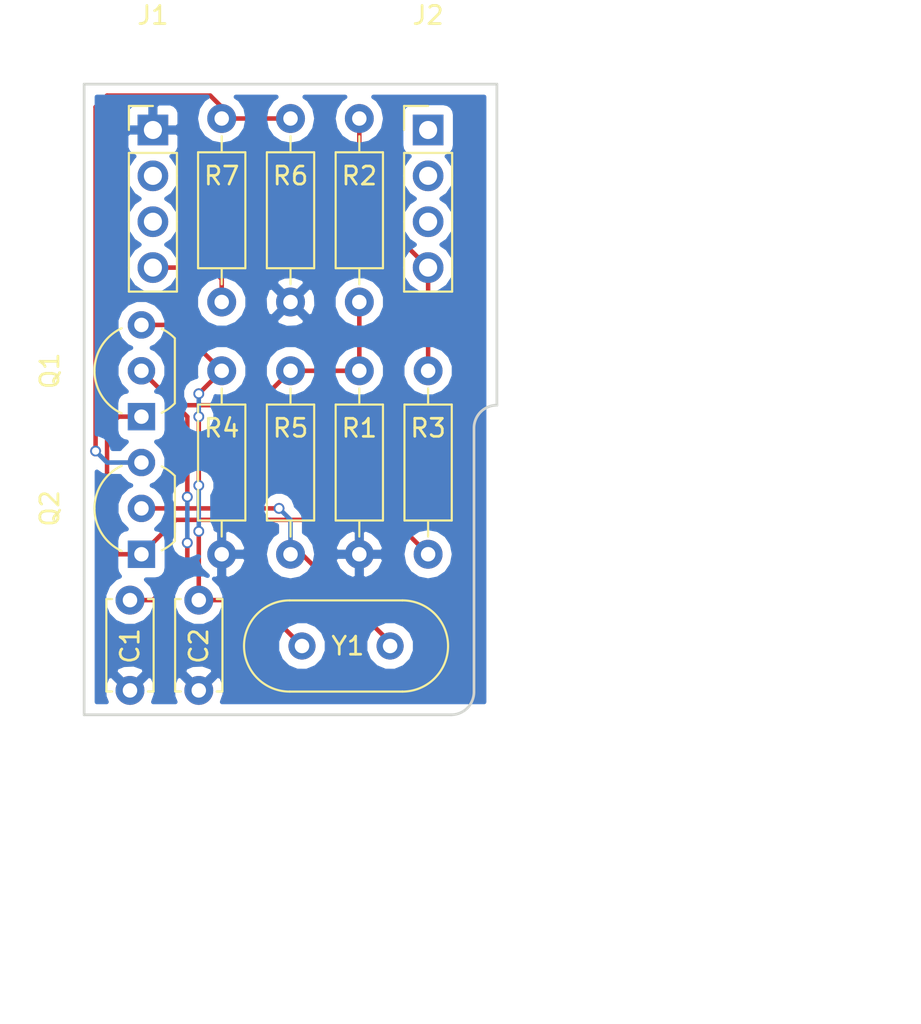
<source format=kicad_pcb>
(kicad_pcb (version 4) (host pcbnew 4.0.7)

  (general
    (links 21)
    (no_connects 0)
    (area 116.5 83.48 167.640001 140.335001)
    (thickness 1.6)
    (drawings 9)
    (tracks 59)
    (zones 0)
    (modules 14)
    (nets 9)
  )

  (page A4)
  (layers
    (0 F.Cu signal)
    (31 B.Cu signal)
    (32 B.Adhes user)
    (33 F.Adhes user)
    (34 B.Paste user)
    (35 F.Paste user)
    (36 B.SilkS user)
    (37 F.SilkS user)
    (38 B.Mask user)
    (39 F.Mask user)
    (40 Dwgs.User user)
    (41 Cmts.User user)
    (42 Eco1.User user)
    (43 Eco2.User user)
    (44 Edge.Cuts user)
    (45 Margin user)
    (46 B.CrtYd user)
    (47 F.CrtYd user)
    (48 B.Fab user)
    (49 F.Fab user)
  )

  (setup
    (last_trace_width 0.25)
    (trace_clearance 0.2)
    (zone_clearance 0.508)
    (zone_45_only no)
    (trace_min 0.2)
    (segment_width 0.2)
    (edge_width 0.15)
    (via_size 0.6)
    (via_drill 0.4)
    (via_min_size 0.4)
    (via_min_drill 0.3)
    (uvia_size 0.3)
    (uvia_drill 0.1)
    (uvias_allowed no)
    (uvia_min_size 0.2)
    (uvia_min_drill 0.1)
    (pcb_text_width 0.3)
    (pcb_text_size 1.5 1.5)
    (mod_edge_width 0.15)
    (mod_text_size 1 1)
    (mod_text_width 0.15)
    (pad_size 1.524 1.524)
    (pad_drill 0.762)
    (pad_to_mask_clearance 0.2)
    (aux_axis_origin 0 0)
    (visible_elements 7FFFFFFF)
    (pcbplotparams
      (layerselection 0x00030_80000001)
      (usegerberextensions false)
      (excludeedgelayer true)
      (linewidth 0.100000)
      (plotframeref false)
      (viasonmask false)
      (mode 1)
      (useauxorigin false)
      (hpglpennumber 1)
      (hpglpenspeed 20)
      (hpglpendiameter 15)
      (hpglpenoverlay 2)
      (psnegative false)
      (psa4output false)
      (plotreference true)
      (plotvalue true)
      (plotinvisibletext false)
      (padsonsilk false)
      (subtractmaskfromsilk false)
      (outputformat 1)
      (mirror false)
      (drillshape 1)
      (scaleselection 1)
      (outputdirectory ""))
  )

  (net 0 "")
  (net 1 GND)
  (net 2 VCC)
  (net 3 "Net-(C1-Pad1)")
  (net 4 "Net-(C2-Pad1)")
  (net 5 "Net-(Q1-Pad1)")
  (net 6 "Net-(Q2-Pad2)")
  (net 7 "Net-(Q2-Pad3)")
  (net 8 CLK)

  (net_class Default "This is the default net class."
    (clearance 0.2)
    (trace_width 0.25)
    (via_dia 0.6)
    (via_drill 0.4)
    (uvia_dia 0.3)
    (uvia_drill 0.1)
    (add_net CLK)
    (add_net GND)
    (add_net "Net-(C1-Pad1)")
    (add_net "Net-(C2-Pad1)")
    (add_net "Net-(Q1-Pad1)")
    (add_net "Net-(Q2-Pad2)")
    (add_net "Net-(Q2-Pad3)")
    (add_net VCC)
  )

  (module Pin_Headers:Pin_Header_Straight_1x04_Pitch2.54mm (layer F.Cu) (tedit 5C82BA99) (tstamp 5C8295EE)
    (at 125.095 90.805)
    (descr "Through hole straight pin header, 1x04, 2.54mm pitch, single row")
    (tags "Through hole pin header THT 1x04 2.54mm single row")
    (path /5C829552)
    (fp_text reference J1 (at 0 -6.35) (layer F.SilkS)
      (effects (font (size 1 1) (thickness 0.15)))
    )
    (fp_text value OSC_L (at 0 -4.445) (layer F.Fab)
      (effects (font (size 1 1) (thickness 0.15)))
    )
    (fp_line (start -0.635 -1.27) (end 1.27 -1.27) (layer F.Fab) (width 0.1))
    (fp_line (start 1.27 -1.27) (end 1.27 8.89) (layer F.Fab) (width 0.1))
    (fp_line (start 1.27 8.89) (end -1.27 8.89) (layer F.Fab) (width 0.1))
    (fp_line (start -1.27 8.89) (end -1.27 -0.635) (layer F.Fab) (width 0.1))
    (fp_line (start -1.27 -0.635) (end -0.635 -1.27) (layer F.Fab) (width 0.1))
    (fp_line (start -1.33 8.95) (end 1.33 8.95) (layer F.SilkS) (width 0.12))
    (fp_line (start -1.33 1.27) (end -1.33 8.95) (layer F.SilkS) (width 0.12))
    (fp_line (start 1.33 1.27) (end 1.33 8.95) (layer F.SilkS) (width 0.12))
    (fp_line (start -1.33 1.27) (end 1.33 1.27) (layer F.SilkS) (width 0.12))
    (fp_line (start -1.33 0) (end -1.33 -1.33) (layer F.SilkS) (width 0.12))
    (fp_line (start -1.33 -1.33) (end 0 -1.33) (layer F.SilkS) (width 0.12))
    (fp_line (start -1.8 -1.8) (end -1.8 9.4) (layer F.CrtYd) (width 0.05))
    (fp_line (start -1.8 9.4) (end 1.8 9.4) (layer F.CrtYd) (width 0.05))
    (fp_line (start 1.8 9.4) (end 1.8 -1.8) (layer F.CrtYd) (width 0.05))
    (fp_line (start 1.8 -1.8) (end -1.8 -1.8) (layer F.CrtYd) (width 0.05))
    (fp_text user %R (at 0 3.81 90) (layer F.Fab)
      (effects (font (size 1 1) (thickness 0.15)))
    )
    (pad 1 thru_hole rect (at 0 0) (size 1.7 1.7) (drill 1) (layers *.Cu *.Mask)
      (net 1 GND))
    (pad 2 thru_hole oval (at 0 2.54) (size 1.7 1.7) (drill 1) (layers *.Cu *.Mask))
    (pad 3 thru_hole oval (at 0 5.08) (size 1.7 1.7) (drill 1) (layers *.Cu *.Mask))
    (pad 4 thru_hole oval (at 0 7.62) (size 1.7 1.7) (drill 1) (layers *.Cu *.Mask)
      (net 8 CLK))
    (model ${KISYS3DMOD}/Pin_Headers.3dshapes/Pin_Header_Straight_1x04_Pitch2.54mm.wrl
      (at (xyz 0 0 0))
      (scale (xyz 1 1 1))
      (rotate (xyz 0 0 0))
    )
  )

  (module Pin_Headers:Pin_Header_Straight_1x04_Pitch2.54mm (layer F.Cu) (tedit 5C82BAA0) (tstamp 5C8295F6)
    (at 140.335 90.805)
    (descr "Through hole straight pin header, 1x04, 2.54mm pitch, single row")
    (tags "Through hole pin header THT 1x04 2.54mm single row")
    (path /5C8295A3)
    (fp_text reference J2 (at 0 -6.35) (layer F.SilkS)
      (effects (font (size 1 1) (thickness 0.15)))
    )
    (fp_text value OSC_R (at 0 -4.445) (layer F.Fab)
      (effects (font (size 1 1) (thickness 0.15)))
    )
    (fp_line (start -0.635 -1.27) (end 1.27 -1.27) (layer F.Fab) (width 0.1))
    (fp_line (start 1.27 -1.27) (end 1.27 8.89) (layer F.Fab) (width 0.1))
    (fp_line (start 1.27 8.89) (end -1.27 8.89) (layer F.Fab) (width 0.1))
    (fp_line (start -1.27 8.89) (end -1.27 -0.635) (layer F.Fab) (width 0.1))
    (fp_line (start -1.27 -0.635) (end -0.635 -1.27) (layer F.Fab) (width 0.1))
    (fp_line (start -1.33 8.95) (end 1.33 8.95) (layer F.SilkS) (width 0.12))
    (fp_line (start -1.33 1.27) (end -1.33 8.95) (layer F.SilkS) (width 0.12))
    (fp_line (start 1.33 1.27) (end 1.33 8.95) (layer F.SilkS) (width 0.12))
    (fp_line (start -1.33 1.27) (end 1.33 1.27) (layer F.SilkS) (width 0.12))
    (fp_line (start -1.33 0) (end -1.33 -1.33) (layer F.SilkS) (width 0.12))
    (fp_line (start -1.33 -1.33) (end 0 -1.33) (layer F.SilkS) (width 0.12))
    (fp_line (start -1.8 -1.8) (end -1.8 9.4) (layer F.CrtYd) (width 0.05))
    (fp_line (start -1.8 9.4) (end 1.8 9.4) (layer F.CrtYd) (width 0.05))
    (fp_line (start 1.8 9.4) (end 1.8 -1.8) (layer F.CrtYd) (width 0.05))
    (fp_line (start 1.8 -1.8) (end -1.8 -1.8) (layer F.CrtYd) (width 0.05))
    (fp_text user %R (at 0 3.81 90) (layer F.Fab)
      (effects (font (size 1 1) (thickness 0.15)))
    )
    (pad 1 thru_hole rect (at 0 0) (size 1.7 1.7) (drill 1) (layers *.Cu *.Mask))
    (pad 2 thru_hole oval (at 0 2.54) (size 1.7 1.7) (drill 1) (layers *.Cu *.Mask))
    (pad 3 thru_hole oval (at 0 5.08) (size 1.7 1.7) (drill 1) (layers *.Cu *.Mask))
    (pad 4 thru_hole oval (at 0 7.62) (size 1.7 1.7) (drill 1) (layers *.Cu *.Mask)
      (net 2 VCC))
    (model ${KISYS3DMOD}/Pin_Headers.3dshapes/Pin_Header_Straight_1x04_Pitch2.54mm.wrl
      (at (xyz 0 0 0))
      (scale (xyz 1 1 1))
      (rotate (xyz 0 0 0))
    )
  )

  (module Capacitors_THT:C_Disc_D5.0mm_W2.5mm_P5.00mm (layer F.Cu) (tedit 5C82BE6F) (tstamp 5C829B1F)
    (at 123.825 116.84 270)
    (descr "C, Disc series, Radial, pin pitch=5.00mm, , diameter*width=5*2.5mm^2, Capacitor, http://cdn-reichelt.de/documents/datenblatt/B300/DS_KERKO_TC.pdf")
    (tags "C Disc series Radial pin pitch 5.00mm  diameter 5mm width 2.5mm Capacitor")
    (path /5C82A5EB)
    (fp_text reference C1 (at 2.54 0 270) (layer F.SilkS)
      (effects (font (size 1 1) (thickness 0.15)))
    )
    (fp_text value 220nF (at 2.5 2.56 270) (layer F.Fab)
      (effects (font (size 1 1) (thickness 0.15)))
    )
    (fp_line (start 0 -1.25) (end 0 1.25) (layer F.Fab) (width 0.1))
    (fp_line (start 0 1.25) (end 5 1.25) (layer F.Fab) (width 0.1))
    (fp_line (start 5 1.25) (end 5 -1.25) (layer F.Fab) (width 0.1))
    (fp_line (start 5 -1.25) (end 0 -1.25) (layer F.Fab) (width 0.1))
    (fp_line (start -0.06 -1.31) (end 5.06 -1.31) (layer F.SilkS) (width 0.12))
    (fp_line (start -0.06 1.31) (end 5.06 1.31) (layer F.SilkS) (width 0.12))
    (fp_line (start -0.06 -1.31) (end -0.06 -0.996) (layer F.SilkS) (width 0.12))
    (fp_line (start -0.06 0.996) (end -0.06 1.31) (layer F.SilkS) (width 0.12))
    (fp_line (start 5.06 -1.31) (end 5.06 -0.996) (layer F.SilkS) (width 0.12))
    (fp_line (start 5.06 0.996) (end 5.06 1.31) (layer F.SilkS) (width 0.12))
    (fp_line (start -1.05 -1.6) (end -1.05 1.6) (layer F.CrtYd) (width 0.05))
    (fp_line (start -1.05 1.6) (end 6.05 1.6) (layer F.CrtYd) (width 0.05))
    (fp_line (start 6.05 1.6) (end 6.05 -1.6) (layer F.CrtYd) (width 0.05))
    (fp_line (start 6.05 -1.6) (end -1.05 -1.6) (layer F.CrtYd) (width 0.05))
    (fp_text user %R (at 2.5 0 270) (layer F.Fab)
      (effects (font (size 1 1) (thickness 0.15)))
    )
    (pad 1 thru_hole circle (at 0 0 270) (size 1.6 1.6) (drill 0.8) (layers *.Cu *.Mask)
      (net 3 "Net-(C1-Pad1)"))
    (pad 2 thru_hole circle (at 5 0 270) (size 1.6 1.6) (drill 0.8) (layers *.Cu *.Mask)
      (net 1 GND))
    (model ${KISYS3DMOD}/Capacitors_THT.3dshapes/C_Disc_D5.0mm_W2.5mm_P5.00mm.wrl
      (at (xyz 0 0 0))
      (scale (xyz 1 1 1))
      (rotate (xyz 0 0 0))
    )
  )

  (module Capacitors_THT:C_Disc_D5.0mm_W2.5mm_P5.00mm (layer F.Cu) (tedit 5C82BE73) (tstamp 5C829B25)
    (at 127.635 116.84 270)
    (descr "C, Disc series, Radial, pin pitch=5.00mm, , diameter*width=5*2.5mm^2, Capacitor, http://cdn-reichelt.de/documents/datenblatt/B300/DS_KERKO_TC.pdf")
    (tags "C Disc series Radial pin pitch 5.00mm  diameter 5mm width 2.5mm Capacitor")
    (path /5C82A346)
    (fp_text reference C2 (at 2.54 0 270) (layer F.SilkS)
      (effects (font (size 1 1) (thickness 0.15)))
    )
    (fp_text value 10pF (at 2.5 2.56 270) (layer F.Fab)
      (effects (font (size 1 1) (thickness 0.15)))
    )
    (fp_line (start 0 -1.25) (end 0 1.25) (layer F.Fab) (width 0.1))
    (fp_line (start 0 1.25) (end 5 1.25) (layer F.Fab) (width 0.1))
    (fp_line (start 5 1.25) (end 5 -1.25) (layer F.Fab) (width 0.1))
    (fp_line (start 5 -1.25) (end 0 -1.25) (layer F.Fab) (width 0.1))
    (fp_line (start -0.06 -1.31) (end 5.06 -1.31) (layer F.SilkS) (width 0.12))
    (fp_line (start -0.06 1.31) (end 5.06 1.31) (layer F.SilkS) (width 0.12))
    (fp_line (start -0.06 -1.31) (end -0.06 -0.996) (layer F.SilkS) (width 0.12))
    (fp_line (start -0.06 0.996) (end -0.06 1.31) (layer F.SilkS) (width 0.12))
    (fp_line (start 5.06 -1.31) (end 5.06 -0.996) (layer F.SilkS) (width 0.12))
    (fp_line (start 5.06 0.996) (end 5.06 1.31) (layer F.SilkS) (width 0.12))
    (fp_line (start -1.05 -1.6) (end -1.05 1.6) (layer F.CrtYd) (width 0.05))
    (fp_line (start -1.05 1.6) (end 6.05 1.6) (layer F.CrtYd) (width 0.05))
    (fp_line (start 6.05 1.6) (end 6.05 -1.6) (layer F.CrtYd) (width 0.05))
    (fp_line (start 6.05 -1.6) (end -1.05 -1.6) (layer F.CrtYd) (width 0.05))
    (fp_text user %R (at 2.5 0 270) (layer F.Fab)
      (effects (font (size 1 1) (thickness 0.15)))
    )
    (pad 1 thru_hole circle (at 0 0 270) (size 1.6 1.6) (drill 0.8) (layers *.Cu *.Mask)
      (net 4 "Net-(C2-Pad1)"))
    (pad 2 thru_hole circle (at 5 0 270) (size 1.6 1.6) (drill 0.8) (layers *.Cu *.Mask)
      (net 1 GND))
    (model ${KISYS3DMOD}/Capacitors_THT.3dshapes/C_Disc_D5.0mm_W2.5mm_P5.00mm.wrl
      (at (xyz 0 0 0))
      (scale (xyz 1 1 1))
      (rotate (xyz 0 0 0))
    )
  )

  (module Resistors_THT:R_Axial_DIN0207_L6.3mm_D2.5mm_P10.16mm_Horizontal (layer F.Cu) (tedit 5C82BD6A) (tstamp 5C829B39)
    (at 136.525 104.14 270)
    (descr "Resistor, Axial_DIN0207 series, Axial, Horizontal, pin pitch=10.16mm, 0.25W = 1/4W, length*diameter=6.3*2.5mm^2, http://cdn-reichelt.de/documents/datenblatt/B400/1_4W%23YAG.pdf")
    (tags "Resistor Axial_DIN0207 series Axial Horizontal pin pitch 10.16mm 0.25W = 1/4W length 6.3mm diameter 2.5mm")
    (path /5C82A5E5)
    (fp_text reference R1 (at 3.175 0 360) (layer F.SilkS)
      (effects (font (size 1 1) (thickness 0.15)))
    )
    (fp_text value 2k2 (at 6.35 0 270) (layer F.Fab)
      (effects (font (size 1 1) (thickness 0.15)))
    )
    (fp_line (start 1.93 -1.25) (end 1.93 1.25) (layer F.Fab) (width 0.1))
    (fp_line (start 1.93 1.25) (end 8.23 1.25) (layer F.Fab) (width 0.1))
    (fp_line (start 8.23 1.25) (end 8.23 -1.25) (layer F.Fab) (width 0.1))
    (fp_line (start 8.23 -1.25) (end 1.93 -1.25) (layer F.Fab) (width 0.1))
    (fp_line (start 0 0) (end 1.93 0) (layer F.Fab) (width 0.1))
    (fp_line (start 10.16 0) (end 8.23 0) (layer F.Fab) (width 0.1))
    (fp_line (start 1.87 -1.31) (end 1.87 1.31) (layer F.SilkS) (width 0.12))
    (fp_line (start 1.87 1.31) (end 8.29 1.31) (layer F.SilkS) (width 0.12))
    (fp_line (start 8.29 1.31) (end 8.29 -1.31) (layer F.SilkS) (width 0.12))
    (fp_line (start 8.29 -1.31) (end 1.87 -1.31) (layer F.SilkS) (width 0.12))
    (fp_line (start 0.98 0) (end 1.87 0) (layer F.SilkS) (width 0.12))
    (fp_line (start 9.18 0) (end 8.29 0) (layer F.SilkS) (width 0.12))
    (fp_line (start -1.05 -1.6) (end -1.05 1.6) (layer F.CrtYd) (width 0.05))
    (fp_line (start -1.05 1.6) (end 11.25 1.6) (layer F.CrtYd) (width 0.05))
    (fp_line (start 11.25 1.6) (end 11.25 -1.6) (layer F.CrtYd) (width 0.05))
    (fp_line (start 11.25 -1.6) (end -1.05 -1.6) (layer F.CrtYd) (width 0.05))
    (pad 1 thru_hole circle (at 0 0 270) (size 1.6 1.6) (drill 0.8) (layers *.Cu *.Mask)
      (net 3 "Net-(C1-Pad1)"))
    (pad 2 thru_hole oval (at 10.16 0 270) (size 1.6 1.6) (drill 0.8) (layers *.Cu *.Mask)
      (net 1 GND))
    (model ${KISYS3DMOD}/Resistors_THT.3dshapes/R_Axial_DIN0207_L6.3mm_D2.5mm_P10.16mm_Horizontal.wrl
      (at (xyz 0 0 0))
      (scale (xyz 0.393701 0.393701 0.393701))
      (rotate (xyz 0 0 0))
    )
  )

  (module Resistors_THT:R_Axial_DIN0207_L6.3mm_D2.5mm_P10.16mm_Horizontal (layer F.Cu) (tedit 5C82BCC2) (tstamp 5C829B3F)
    (at 136.525 100.33 90)
    (descr "Resistor, Axial_DIN0207 series, Axial, Horizontal, pin pitch=10.16mm, 0.25W = 1/4W, length*diameter=6.3*2.5mm^2, http://cdn-reichelt.de/documents/datenblatt/B400/1_4W%23YAG.pdf")
    (tags "Resistor Axial_DIN0207 series Axial Horizontal pin pitch 10.16mm 0.25W = 1/4W length 6.3mm diameter 2.5mm")
    (path /5C829ABE)
    (fp_text reference R2 (at 6.985 0 180) (layer F.SilkS)
      (effects (font (size 1 1) (thickness 0.15)))
    )
    (fp_text value 1k (at 3.81 0 90) (layer F.Fab)
      (effects (font (size 1 1) (thickness 0.15)))
    )
    (fp_line (start 1.93 -1.25) (end 1.93 1.25) (layer F.Fab) (width 0.1))
    (fp_line (start 1.93 1.25) (end 8.23 1.25) (layer F.Fab) (width 0.1))
    (fp_line (start 8.23 1.25) (end 8.23 -1.25) (layer F.Fab) (width 0.1))
    (fp_line (start 8.23 -1.25) (end 1.93 -1.25) (layer F.Fab) (width 0.1))
    (fp_line (start 0 0) (end 1.93 0) (layer F.Fab) (width 0.1))
    (fp_line (start 10.16 0) (end 8.23 0) (layer F.Fab) (width 0.1))
    (fp_line (start 1.87 -1.31) (end 1.87 1.31) (layer F.SilkS) (width 0.12))
    (fp_line (start 1.87 1.31) (end 8.29 1.31) (layer F.SilkS) (width 0.12))
    (fp_line (start 8.29 1.31) (end 8.29 -1.31) (layer F.SilkS) (width 0.12))
    (fp_line (start 8.29 -1.31) (end 1.87 -1.31) (layer F.SilkS) (width 0.12))
    (fp_line (start 0.98 0) (end 1.87 0) (layer F.SilkS) (width 0.12))
    (fp_line (start 9.18 0) (end 8.29 0) (layer F.SilkS) (width 0.12))
    (fp_line (start -1.05 -1.6) (end -1.05 1.6) (layer F.CrtYd) (width 0.05))
    (fp_line (start -1.05 1.6) (end 11.25 1.6) (layer F.CrtYd) (width 0.05))
    (fp_line (start 11.25 1.6) (end 11.25 -1.6) (layer F.CrtYd) (width 0.05))
    (fp_line (start 11.25 -1.6) (end -1.05 -1.6) (layer F.CrtYd) (width 0.05))
    (pad 1 thru_hole circle (at 0 0 90) (size 1.6 1.6) (drill 0.8) (layers *.Cu *.Mask)
      (net 3 "Net-(C1-Pad1)"))
    (pad 2 thru_hole oval (at 10.16 0 90) (size 1.6 1.6) (drill 0.8) (layers *.Cu *.Mask)
      (net 2 VCC))
    (model ${KISYS3DMOD}/Resistors_THT.3dshapes/R_Axial_DIN0207_L6.3mm_D2.5mm_P10.16mm_Horizontal.wrl
      (at (xyz 0 0 0))
      (scale (xyz 0.393701 0.393701 0.393701))
      (rotate (xyz 0 0 0))
    )
  )

  (module Resistors_THT:R_Axial_DIN0207_L6.3mm_D2.5mm_P10.16mm_Horizontal (layer F.Cu) (tedit 5C82BD98) (tstamp 5C829B45)
    (at 140.335 104.14 270)
    (descr "Resistor, Axial_DIN0207 series, Axial, Horizontal, pin pitch=10.16mm, 0.25W = 1/4W, length*diameter=6.3*2.5mm^2, http://cdn-reichelt.de/documents/datenblatt/B400/1_4W%23YAG.pdf")
    (tags "Resistor Axial_DIN0207 series Axial Horizontal pin pitch 10.16mm 0.25W = 1/4W length 6.3mm diameter 2.5mm")
    (path /5C829A20)
    (fp_text reference R3 (at 3.175 0 360) (layer F.SilkS)
      (effects (font (size 1 1) (thickness 0.15)))
    )
    (fp_text value 91 (at 6.35 0 270) (layer F.Fab)
      (effects (font (size 1 1) (thickness 0.15)))
    )
    (fp_line (start 1.93 -1.25) (end 1.93 1.25) (layer F.Fab) (width 0.1))
    (fp_line (start 1.93 1.25) (end 8.23 1.25) (layer F.Fab) (width 0.1))
    (fp_line (start 8.23 1.25) (end 8.23 -1.25) (layer F.Fab) (width 0.1))
    (fp_line (start 8.23 -1.25) (end 1.93 -1.25) (layer F.Fab) (width 0.1))
    (fp_line (start 0 0) (end 1.93 0) (layer F.Fab) (width 0.1))
    (fp_line (start 10.16 0) (end 8.23 0) (layer F.Fab) (width 0.1))
    (fp_line (start 1.87 -1.31) (end 1.87 1.31) (layer F.SilkS) (width 0.12))
    (fp_line (start 1.87 1.31) (end 8.29 1.31) (layer F.SilkS) (width 0.12))
    (fp_line (start 8.29 1.31) (end 8.29 -1.31) (layer F.SilkS) (width 0.12))
    (fp_line (start 8.29 -1.31) (end 1.87 -1.31) (layer F.SilkS) (width 0.12))
    (fp_line (start 0.98 0) (end 1.87 0) (layer F.SilkS) (width 0.12))
    (fp_line (start 9.18 0) (end 8.29 0) (layer F.SilkS) (width 0.12))
    (fp_line (start -1.05 -1.6) (end -1.05 1.6) (layer F.CrtYd) (width 0.05))
    (fp_line (start -1.05 1.6) (end 11.25 1.6) (layer F.CrtYd) (width 0.05))
    (fp_line (start 11.25 1.6) (end 11.25 -1.6) (layer F.CrtYd) (width 0.05))
    (fp_line (start 11.25 -1.6) (end -1.05 -1.6) (layer F.CrtYd) (width 0.05))
    (pad 1 thru_hole circle (at 0 0 270) (size 1.6 1.6) (drill 0.8) (layers *.Cu *.Mask)
      (net 2 VCC))
    (pad 2 thru_hole oval (at 10.16 0 270) (size 1.6 1.6) (drill 0.8) (layers *.Cu *.Mask)
      (net 5 "Net-(Q1-Pad1)"))
    (model ${KISYS3DMOD}/Resistors_THT.3dshapes/R_Axial_DIN0207_L6.3mm_D2.5mm_P10.16mm_Horizontal.wrl
      (at (xyz 0 0 0))
      (scale (xyz 0.393701 0.393701 0.393701))
      (rotate (xyz 0 0 0))
    )
  )

  (module Resistors_THT:R_Axial_DIN0207_L6.3mm_D2.5mm_P10.16mm_Horizontal (layer F.Cu) (tedit 5C82BE11) (tstamp 5C829B4B)
    (at 128.905 104.14 270)
    (descr "Resistor, Axial_DIN0207 series, Axial, Horizontal, pin pitch=10.16mm, 0.25W = 1/4W, length*diameter=6.3*2.5mm^2, http://cdn-reichelt.de/documents/datenblatt/B400/1_4W%23YAG.pdf")
    (tags "Resistor Axial_DIN0207 series Axial Horizontal pin pitch 10.16mm 0.25W = 1/4W length 6.3mm diameter 2.5mm")
    (path /5C82A2B4)
    (fp_text reference R4 (at 3.175 0 360) (layer F.SilkS)
      (effects (font (size 1 1) (thickness 0.15)))
    )
    (fp_text value 220 (at 6.35 0 270) (layer F.Fab)
      (effects (font (size 1 1) (thickness 0.15)))
    )
    (fp_line (start 1.93 -1.25) (end 1.93 1.25) (layer F.Fab) (width 0.1))
    (fp_line (start 1.93 1.25) (end 8.23 1.25) (layer F.Fab) (width 0.1))
    (fp_line (start 8.23 1.25) (end 8.23 -1.25) (layer F.Fab) (width 0.1))
    (fp_line (start 8.23 -1.25) (end 1.93 -1.25) (layer F.Fab) (width 0.1))
    (fp_line (start 0 0) (end 1.93 0) (layer F.Fab) (width 0.1))
    (fp_line (start 10.16 0) (end 8.23 0) (layer F.Fab) (width 0.1))
    (fp_line (start 1.87 -1.31) (end 1.87 1.31) (layer F.SilkS) (width 0.12))
    (fp_line (start 1.87 1.31) (end 8.29 1.31) (layer F.SilkS) (width 0.12))
    (fp_line (start 8.29 1.31) (end 8.29 -1.31) (layer F.SilkS) (width 0.12))
    (fp_line (start 8.29 -1.31) (end 1.87 -1.31) (layer F.SilkS) (width 0.12))
    (fp_line (start 0.98 0) (end 1.87 0) (layer F.SilkS) (width 0.12))
    (fp_line (start 9.18 0) (end 8.29 0) (layer F.SilkS) (width 0.12))
    (fp_line (start -1.05 -1.6) (end -1.05 1.6) (layer F.CrtYd) (width 0.05))
    (fp_line (start -1.05 1.6) (end 11.25 1.6) (layer F.CrtYd) (width 0.05))
    (fp_line (start 11.25 1.6) (end 11.25 -1.6) (layer F.CrtYd) (width 0.05))
    (fp_line (start 11.25 -1.6) (end -1.05 -1.6) (layer F.CrtYd) (width 0.05))
    (pad 1 thru_hole circle (at 0 0 270) (size 1.6 1.6) (drill 0.8) (layers *.Cu *.Mask)
      (net 4 "Net-(C2-Pad1)"))
    (pad 2 thru_hole oval (at 10.16 0 270) (size 1.6 1.6) (drill 0.8) (layers *.Cu *.Mask)
      (net 1 GND))
    (model ${KISYS3DMOD}/Resistors_THT.3dshapes/R_Axial_DIN0207_L6.3mm_D2.5mm_P10.16mm_Horizontal.wrl
      (at (xyz 0 0 0))
      (scale (xyz 0.393701 0.393701 0.393701))
      (rotate (xyz 0 0 0))
    )
  )

  (module Resistors_THT:R_Axial_DIN0207_L6.3mm_D2.5mm_P10.16mm_Horizontal (layer F.Cu) (tedit 5C82BD6C) (tstamp 5C829B51)
    (at 132.715 104.14 270)
    (descr "Resistor, Axial_DIN0207 series, Axial, Horizontal, pin pitch=10.16mm, 0.25W = 1/4W, length*diameter=6.3*2.5mm^2, http://cdn-reichelt.de/documents/datenblatt/B400/1_4W%23YAG.pdf")
    (tags "Resistor Axial_DIN0207 series Axial Horizontal pin pitch 10.16mm 0.25W = 1/4W length 6.3mm diameter 2.5mm")
    (path /5C829D16)
    (fp_text reference R5 (at 3.175 0 360) (layer F.SilkS)
      (effects (font (size 1 1) (thickness 0.15)))
    )
    (fp_text value 220 (at 6.35 0 270) (layer F.Fab)
      (effects (font (size 1 1) (thickness 0.15)))
    )
    (fp_line (start 1.93 -1.25) (end 1.93 1.25) (layer F.Fab) (width 0.1))
    (fp_line (start 1.93 1.25) (end 8.23 1.25) (layer F.Fab) (width 0.1))
    (fp_line (start 8.23 1.25) (end 8.23 -1.25) (layer F.Fab) (width 0.1))
    (fp_line (start 8.23 -1.25) (end 1.93 -1.25) (layer F.Fab) (width 0.1))
    (fp_line (start 0 0) (end 1.93 0) (layer F.Fab) (width 0.1))
    (fp_line (start 10.16 0) (end 8.23 0) (layer F.Fab) (width 0.1))
    (fp_line (start 1.87 -1.31) (end 1.87 1.31) (layer F.SilkS) (width 0.12))
    (fp_line (start 1.87 1.31) (end 8.29 1.31) (layer F.SilkS) (width 0.12))
    (fp_line (start 8.29 1.31) (end 8.29 -1.31) (layer F.SilkS) (width 0.12))
    (fp_line (start 8.29 -1.31) (end 1.87 -1.31) (layer F.SilkS) (width 0.12))
    (fp_line (start 0.98 0) (end 1.87 0) (layer F.SilkS) (width 0.12))
    (fp_line (start 9.18 0) (end 8.29 0) (layer F.SilkS) (width 0.12))
    (fp_line (start -1.05 -1.6) (end -1.05 1.6) (layer F.CrtYd) (width 0.05))
    (fp_line (start -1.05 1.6) (end 11.25 1.6) (layer F.CrtYd) (width 0.05))
    (fp_line (start 11.25 1.6) (end 11.25 -1.6) (layer F.CrtYd) (width 0.05))
    (fp_line (start 11.25 -1.6) (end -1.05 -1.6) (layer F.CrtYd) (width 0.05))
    (pad 1 thru_hole circle (at 0 0 270) (size 1.6 1.6) (drill 0.8) (layers *.Cu *.Mask)
      (net 3 "Net-(C1-Pad1)"))
    (pad 2 thru_hole oval (at 10.16 0 270) (size 1.6 1.6) (drill 0.8) (layers *.Cu *.Mask)
      (net 6 "Net-(Q2-Pad2)"))
    (model ${KISYS3DMOD}/Resistors_THT.3dshapes/R_Axial_DIN0207_L6.3mm_D2.5mm_P10.16mm_Horizontal.wrl
      (at (xyz 0 0 0))
      (scale (xyz 0.393701 0.393701 0.393701))
      (rotate (xyz 0 0 0))
    )
  )

  (module Resistors_THT:R_Axial_DIN0207_L6.3mm_D2.5mm_P10.16mm_Horizontal (layer F.Cu) (tedit 5C82BC70) (tstamp 5C829B57)
    (at 132.715 100.33 90)
    (descr "Resistor, Axial_DIN0207 series, Axial, Horizontal, pin pitch=10.16mm, 0.25W = 1/4W, length*diameter=6.3*2.5mm^2, http://cdn-reichelt.de/documents/datenblatt/B400/1_4W%23YAG.pdf")
    (tags "Resistor Axial_DIN0207 series Axial Horizontal pin pitch 10.16mm 0.25W = 1/4W length 6.3mm diameter 2.5mm")
    (path /5C829FCC)
    (fp_text reference R6 (at 6.985 0 180) (layer F.SilkS)
      (effects (font (size 1 1) (thickness 0.15)))
    )
    (fp_text value 240 (at 3.81 0 90) (layer F.Fab)
      (effects (font (size 1 1) (thickness 0.15)))
    )
    (fp_line (start 1.93 -1.25) (end 1.93 1.25) (layer F.Fab) (width 0.1))
    (fp_line (start 1.93 1.25) (end 8.23 1.25) (layer F.Fab) (width 0.1))
    (fp_line (start 8.23 1.25) (end 8.23 -1.25) (layer F.Fab) (width 0.1))
    (fp_line (start 8.23 -1.25) (end 1.93 -1.25) (layer F.Fab) (width 0.1))
    (fp_line (start 0 0) (end 1.93 0) (layer F.Fab) (width 0.1))
    (fp_line (start 10.16 0) (end 8.23 0) (layer F.Fab) (width 0.1))
    (fp_line (start 1.87 -1.31) (end 1.87 1.31) (layer F.SilkS) (width 0.12))
    (fp_line (start 1.87 1.31) (end 8.29 1.31) (layer F.SilkS) (width 0.12))
    (fp_line (start 8.29 1.31) (end 8.29 -1.31) (layer F.SilkS) (width 0.12))
    (fp_line (start 8.29 -1.31) (end 1.87 -1.31) (layer F.SilkS) (width 0.12))
    (fp_line (start 0.98 0) (end 1.87 0) (layer F.SilkS) (width 0.12))
    (fp_line (start 9.18 0) (end 8.29 0) (layer F.SilkS) (width 0.12))
    (fp_line (start -1.05 -1.6) (end -1.05 1.6) (layer F.CrtYd) (width 0.05))
    (fp_line (start -1.05 1.6) (end 11.25 1.6) (layer F.CrtYd) (width 0.05))
    (fp_line (start 11.25 1.6) (end 11.25 -1.6) (layer F.CrtYd) (width 0.05))
    (fp_line (start 11.25 -1.6) (end -1.05 -1.6) (layer F.CrtYd) (width 0.05))
    (pad 1 thru_hole circle (at 0 0 90) (size 1.6 1.6) (drill 0.8) (layers *.Cu *.Mask)
      (net 1 GND))
    (pad 2 thru_hole oval (at 10.16 0 90) (size 1.6 1.6) (drill 0.8) (layers *.Cu *.Mask)
      (net 7 "Net-(Q2-Pad3)"))
    (model ${KISYS3DMOD}/Resistors_THT.3dshapes/R_Axial_DIN0207_L6.3mm_D2.5mm_P10.16mm_Horizontal.wrl
      (at (xyz 0 0 0))
      (scale (xyz 0.393701 0.393701 0.393701))
      (rotate (xyz 0 0 0))
    )
  )

  (module Resistors_THT:R_Axial_DIN0207_L6.3mm_D2.5mm_P10.16mm_Horizontal (layer F.Cu) (tedit 5C82BC4C) (tstamp 5C829B5D)
    (at 128.905 100.33 90)
    (descr "Resistor, Axial_DIN0207 series, Axial, Horizontal, pin pitch=10.16mm, 0.25W = 1/4W, length*diameter=6.3*2.5mm^2, http://cdn-reichelt.de/documents/datenblatt/B400/1_4W%23YAG.pdf")
    (tags "Resistor Axial_DIN0207 series Axial Horizontal pin pitch 10.16mm 0.25W = 1/4W length 6.3mm diameter 2.5mm")
    (path /5C829E8E)
    (fp_text reference R7 (at 6.985 0 180) (layer F.SilkS)
      (effects (font (size 1 1) (thickness 0.15)))
    )
    (fp_text value 100 (at 3.81 0 90) (layer F.Fab)
      (effects (font (size 1 1) (thickness 0.15)))
    )
    (fp_line (start 1.93 -1.25) (end 1.93 1.25) (layer F.Fab) (width 0.1))
    (fp_line (start 1.93 1.25) (end 8.23 1.25) (layer F.Fab) (width 0.1))
    (fp_line (start 8.23 1.25) (end 8.23 -1.25) (layer F.Fab) (width 0.1))
    (fp_line (start 8.23 -1.25) (end 1.93 -1.25) (layer F.Fab) (width 0.1))
    (fp_line (start 0 0) (end 1.93 0) (layer F.Fab) (width 0.1))
    (fp_line (start 10.16 0) (end 8.23 0) (layer F.Fab) (width 0.1))
    (fp_line (start 1.87 -1.31) (end 1.87 1.31) (layer F.SilkS) (width 0.12))
    (fp_line (start 1.87 1.31) (end 8.29 1.31) (layer F.SilkS) (width 0.12))
    (fp_line (start 8.29 1.31) (end 8.29 -1.31) (layer F.SilkS) (width 0.12))
    (fp_line (start 8.29 -1.31) (end 1.87 -1.31) (layer F.SilkS) (width 0.12))
    (fp_line (start 0.98 0) (end 1.87 0) (layer F.SilkS) (width 0.12))
    (fp_line (start 9.18 0) (end 8.29 0) (layer F.SilkS) (width 0.12))
    (fp_line (start -1.05 -1.6) (end -1.05 1.6) (layer F.CrtYd) (width 0.05))
    (fp_line (start -1.05 1.6) (end 11.25 1.6) (layer F.CrtYd) (width 0.05))
    (fp_line (start 11.25 1.6) (end 11.25 -1.6) (layer F.CrtYd) (width 0.05))
    (fp_line (start 11.25 -1.6) (end -1.05 -1.6) (layer F.CrtYd) (width 0.05))
    (pad 1 thru_hole circle (at 0 0 90) (size 1.6 1.6) (drill 0.8) (layers *.Cu *.Mask)
      (net 8 CLK))
    (pad 2 thru_hole oval (at 10.16 0 90) (size 1.6 1.6) (drill 0.8) (layers *.Cu *.Mask)
      (net 7 "Net-(Q2-Pad3)"))
    (model ${KISYS3DMOD}/Resistors_THT.3dshapes/R_Axial_DIN0207_L6.3mm_D2.5mm_P10.16mm_Horizontal.wrl
      (at (xyz 0 0 0))
      (scale (xyz 0.393701 0.393701 0.393701))
      (rotate (xyz 0 0 0))
    )
  )

  (module Crystals:Crystal_HC49-U_Vertical (layer F.Cu) (tedit 5C82BA8A) (tstamp 5C829B63)
    (at 133.35 119.38)
    (descr "Crystal THT HC-49/U http://5hertz.com/pdfs/04404_D.pdf")
    (tags "THT crystalHC-49/U")
    (path /5C82A12D)
    (fp_text reference Y1 (at 2.54 0) (layer F.SilkS)
      (effects (font (size 1 1) (thickness 0.15)))
    )
    (fp_text value XTAL (at 2.44 3.525) (layer F.Fab)
      (effects (font (size 1 1) (thickness 0.15)))
    )
    (fp_text user %R (at 2.44 0) (layer F.Fab)
      (effects (font (size 1 1) (thickness 0.15)))
    )
    (fp_line (start -0.685 -2.325) (end 5.565 -2.325) (layer F.Fab) (width 0.1))
    (fp_line (start -0.685 2.325) (end 5.565 2.325) (layer F.Fab) (width 0.1))
    (fp_line (start -0.56 -2) (end 5.44 -2) (layer F.Fab) (width 0.1))
    (fp_line (start -0.56 2) (end 5.44 2) (layer F.Fab) (width 0.1))
    (fp_line (start -0.685 -2.525) (end 5.565 -2.525) (layer F.SilkS) (width 0.12))
    (fp_line (start -0.685 2.525) (end 5.565 2.525) (layer F.SilkS) (width 0.12))
    (fp_line (start -3.5 -2.8) (end -3.5 2.8) (layer F.CrtYd) (width 0.05))
    (fp_line (start -3.5 2.8) (end 8.4 2.8) (layer F.CrtYd) (width 0.05))
    (fp_line (start 8.4 2.8) (end 8.4 -2.8) (layer F.CrtYd) (width 0.05))
    (fp_line (start 8.4 -2.8) (end -3.5 -2.8) (layer F.CrtYd) (width 0.05))
    (fp_arc (start -0.685 0) (end -0.685 -2.325) (angle -180) (layer F.Fab) (width 0.1))
    (fp_arc (start 5.565 0) (end 5.565 -2.325) (angle 180) (layer F.Fab) (width 0.1))
    (fp_arc (start -0.56 0) (end -0.56 -2) (angle -180) (layer F.Fab) (width 0.1))
    (fp_arc (start 5.44 0) (end 5.44 -2) (angle 180) (layer F.Fab) (width 0.1))
    (fp_arc (start -0.685 0) (end -0.685 -2.525) (angle -180) (layer F.SilkS) (width 0.12))
    (fp_arc (start 5.565 0) (end 5.565 -2.525) (angle 180) (layer F.SilkS) (width 0.12))
    (pad 1 thru_hole circle (at 0 0) (size 1.5 1.5) (drill 0.8) (layers *.Cu *.Mask)
      (net 4 "Net-(C2-Pad1)"))
    (pad 2 thru_hole circle (at 4.88 0) (size 1.5 1.5) (drill 0.8) (layers *.Cu *.Mask)
      (net 6 "Net-(Q2-Pad2)"))
    (model ${KISYS3DMOD}/Crystals.3dshapes/Crystal_HC49-U_Vertical.wrl
      (at (xyz 0 0 0))
      (scale (xyz 0.393701 0.393701 0.393701))
      (rotate (xyz 0 0 0))
    )
  )

  (module TO_SOT_Packages_THT:TO-92_Inline_Wide (layer F.Cu) (tedit 5C82BE21) (tstamp 5C82BB91)
    (at 124.46 106.68 90)
    (descr "TO-92 leads in-line, wide, drill 0.8mm (see NXP sot054_po.pdf)")
    (tags "to-92 sc-43 sc-43a sot54 PA33 transistor")
    (path /5C829949)
    (fp_text reference Q1 (at 2.54 -5.08 270) (layer F.SilkS)
      (effects (font (size 1 1) (thickness 0.15)))
    )
    (fp_text value 2N3906 (at 2.54 -6.985 90) (layer F.Fab)
      (effects (font (size 1 1) (thickness 0.15)))
    )
    (fp_text user %R (at 2.54 -5.08 270) (layer F.Fab)
      (effects (font (size 1 1) (thickness 0.15)))
    )
    (fp_line (start 0.74 1.85) (end 4.34 1.85) (layer F.SilkS) (width 0.12))
    (fp_line (start 0.8 1.75) (end 4.3 1.75) (layer F.Fab) (width 0.1))
    (fp_line (start -1.01 -2.73) (end 6.09 -2.73) (layer F.CrtYd) (width 0.05))
    (fp_line (start -1.01 -2.73) (end -1.01 2.01) (layer F.CrtYd) (width 0.05))
    (fp_line (start 6.09 2.01) (end 6.09 -2.73) (layer F.CrtYd) (width 0.05))
    (fp_line (start 6.09 2.01) (end -1.01 2.01) (layer F.CrtYd) (width 0.05))
    (fp_arc (start 2.54 0) (end 0.74 1.85) (angle 20) (layer F.SilkS) (width 0.12))
    (fp_arc (start 2.54 0) (end 2.54 -2.6) (angle -65) (layer F.SilkS) (width 0.12))
    (fp_arc (start 2.54 0) (end 2.54 -2.6) (angle 65) (layer F.SilkS) (width 0.12))
    (fp_arc (start 2.54 0) (end 2.54 -2.48) (angle 135) (layer F.Fab) (width 0.1))
    (fp_arc (start 2.54 0) (end 2.54 -2.48) (angle -135) (layer F.Fab) (width 0.1))
    (fp_arc (start 2.54 0) (end 4.34 1.85) (angle -20) (layer F.SilkS) (width 0.12))
    (pad 2 thru_hole circle (at 2.54 0 180) (size 1.52 1.52) (drill 0.8) (layers *.Cu *.Mask)
      (net 3 "Net-(C1-Pad1)"))
    (pad 3 thru_hole circle (at 5.08 0 180) (size 1.52 1.52) (drill 0.8) (layers *.Cu *.Mask)
      (net 4 "Net-(C2-Pad1)"))
    (pad 1 thru_hole rect (at 0 0 180) (size 1.52 1.52) (drill 0.8) (layers *.Cu *.Mask)
      (net 5 "Net-(Q1-Pad1)"))
    (model ${KISYS3DMOD}/TO_SOT_Packages_THT.3dshapes/TO-92_Inline_Wide.wrl
      (at (xyz 0.1 0 0))
      (scale (xyz 1 1 1))
      (rotate (xyz 0 0 -90))
    )
  )

  (module TO_SOT_Packages_THT:TO-92_Inline_Wide (layer F.Cu) (tedit 5C82BE24) (tstamp 5C82BB97)
    (at 124.46 114.3 90)
    (descr "TO-92 leads in-line, wide, drill 0.8mm (see NXP sot054_po.pdf)")
    (tags "to-92 sc-43 sc-43a sot54 PA33 transistor")
    (path /5C82999E)
    (fp_text reference Q2 (at 2.54 -5.08 270) (layer F.SilkS)
      (effects (font (size 1 1) (thickness 0.15)))
    )
    (fp_text value 2N3906 (at 2.54 -6.985 90) (layer F.Fab)
      (effects (font (size 1 1) (thickness 0.15)))
    )
    (fp_text user %R (at 2.54 -5.08 270) (layer F.Fab)
      (effects (font (size 1 1) (thickness 0.15)))
    )
    (fp_line (start 0.74 1.85) (end 4.34 1.85) (layer F.SilkS) (width 0.12))
    (fp_line (start 0.8 1.75) (end 4.3 1.75) (layer F.Fab) (width 0.1))
    (fp_line (start -1.01 -2.73) (end 6.09 -2.73) (layer F.CrtYd) (width 0.05))
    (fp_line (start -1.01 -2.73) (end -1.01 2.01) (layer F.CrtYd) (width 0.05))
    (fp_line (start 6.09 2.01) (end 6.09 -2.73) (layer F.CrtYd) (width 0.05))
    (fp_line (start 6.09 2.01) (end -1.01 2.01) (layer F.CrtYd) (width 0.05))
    (fp_arc (start 2.54 0) (end 0.74 1.85) (angle 20) (layer F.SilkS) (width 0.12))
    (fp_arc (start 2.54 0) (end 2.54 -2.6) (angle -65) (layer F.SilkS) (width 0.12))
    (fp_arc (start 2.54 0) (end 2.54 -2.6) (angle 65) (layer F.SilkS) (width 0.12))
    (fp_arc (start 2.54 0) (end 2.54 -2.48) (angle 135) (layer F.Fab) (width 0.1))
    (fp_arc (start 2.54 0) (end 2.54 -2.48) (angle -135) (layer F.Fab) (width 0.1))
    (fp_arc (start 2.54 0) (end 4.34 1.85) (angle -20) (layer F.SilkS) (width 0.12))
    (pad 2 thru_hole circle (at 2.54 0 180) (size 1.52 1.52) (drill 0.8) (layers *.Cu *.Mask)
      (net 6 "Net-(Q2-Pad2)"))
    (pad 3 thru_hole circle (at 5.08 0 180) (size 1.52 1.52) (drill 0.8) (layers *.Cu *.Mask)
      (net 7 "Net-(Q2-Pad3)"))
    (pad 1 thru_hole rect (at 0 0 180) (size 1.52 1.52) (drill 0.8) (layers *.Cu *.Mask)
      (net 5 "Net-(Q1-Pad1)"))
    (model ${KISYS3DMOD}/TO_SOT_Packages_THT.3dshapes/TO-92_Inline_Wide.wrl
      (at (xyz 0.1 0 0))
      (scale (xyz 1 1 1))
      (rotate (xyz 0 0 -90))
    )
  )

  (gr_line (start 144.145 106.045) (end 144.145 88.265) (angle 90) (layer Edge.Cuts) (width 0.15))
  (gr_line (start 142.875 121.92) (end 142.875 107.315) (angle 90) (layer Edge.Cuts) (width 0.15))
  (gr_arc (start 144.145 107.315) (end 142.875 107.315) (angle 90) (layer Edge.Cuts) (width 0.15))
  (gr_line (start 141.605 123.19) (end 121.285 123.19) (angle 90) (layer Edge.Cuts) (width 0.15))
  (gr_arc (start 141.605 121.92) (end 142.875 121.92) (angle 90) (layer Edge.Cuts) (width 0.15))
  (gr_line (start 121.285 115.57) (end 121.285 123.19) (angle 90) (layer Edge.Cuts) (width 0.15))
  (gr_line (start 121.285 115.57) (end 121.285 106.045) (angle 90) (layer Edge.Cuts) (width 0.15))
  (gr_line (start 121.285 106.045) (end 121.285 88.265) (angle 90) (layer Edge.Cuts) (width 0.15))
  (gr_line (start 144.145 88.265) (end 121.285 88.265) (angle 90) (layer Edge.Cuts) (width 0.15))

  (segment (start 136.525 90.17) (end 136.525 94.615) (width 0.25) (layer F.Cu) (net 2))
  (segment (start 136.525 94.615) (end 140.335 98.425) (width 0.25) (layer F.Cu) (net 2) (tstamp 5C82C076))
  (segment (start 140.335 104.14) (end 140.335 102.87) (width 0.25) (layer F.Cu) (net 2))
  (segment (start 140.335 102.87) (end 140.335 98.425) (width 0.25) (layer F.Cu) (net 2))
  (segment (start 126.365 106.045) (end 127 106.68) (width 0.25) (layer F.Cu) (net 3))
  (segment (start 125.095 116.84) (end 123.825 116.84) (width 0.25) (layer F.Cu) (net 3) (tstamp 5C82C253))
  (segment (start 127 114.935) (end 125.095 116.84) (width 0.25) (layer F.Cu) (net 3) (tstamp 5C82C252))
  (segment (start 127 113.665) (end 127 114.935) (width 0.25) (layer F.Cu) (net 3) (tstamp 5C82C251))
  (via (at 127 113.665) (size 0.6) (drill 0.4) (layers F.Cu B.Cu) (net 3))
  (segment (start 127 111.125) (end 127 113.665) (width 0.25) (layer B.Cu) (net 3) (tstamp 5C82C24E))
  (via (at 127 111.125) (size 0.6) (drill 0.4) (layers F.Cu B.Cu) (net 3))
  (segment (start 127 106.68) (end 127 111.125) (width 0.25) (layer F.Cu) (net 3) (tstamp 5C82C24B))
  (segment (start 125.73 105.41) (end 126.365 106.045) (width 0.25) (layer F.Cu) (net 3))
  (segment (start 130.81 106.045) (end 131.445 105.41) (width 0.25) (layer F.Cu) (net 3) (tstamp 5C82C1AF))
  (segment (start 126.365 106.045) (end 130.81 106.045) (width 0.25) (layer F.Cu) (net 3) (tstamp 5C82C1AE))
  (segment (start 132.715 104.14) (end 131.445 105.41) (width 0.25) (layer F.Cu) (net 3))
  (segment (start 125.73 105.41) (end 124.46 104.14) (width 0.25) (layer F.Cu) (net 3) (tstamp 5C82C062))
  (segment (start 136.525 104.14) (end 136.525 100.33) (width 0.25) (layer F.Cu) (net 3))
  (segment (start 132.715 104.14) (end 136.525 104.14) (width 0.25) (layer F.Cu) (net 3))
  (via (at 127.635 113.03) (size 0.6) (drill 0.4) (layers F.Cu B.Cu) (net 4))
  (segment (start 127.635 116.84) (end 127.635 113.03) (width 0.25) (layer F.Cu) (net 4))
  (segment (start 127.635 105.41) (end 128.905 104.14) (width 0.25) (layer F.Cu) (net 4) (tstamp 5C82C268))
  (via (at 127.635 105.41) (size 0.6) (drill 0.4) (layers F.Cu B.Cu) (net 4))
  (segment (start 127.635 106.68) (end 127.635 105.41) (width 0.25) (layer B.Cu) (net 4) (tstamp 5C82C265))
  (via (at 127.635 106.68) (size 0.6) (drill 0.4) (layers F.Cu B.Cu) (net 4))
  (segment (start 127.635 110.49) (end 127.635 106.68) (width 0.25) (layer F.Cu) (net 4) (tstamp 5C82C262))
  (via (at 127.635 110.49) (size 0.6) (drill 0.4) (layers F.Cu B.Cu) (net 4))
  (segment (start 127.635 113.03) (end 127.635 110.49) (width 0.25) (layer B.Cu) (net 4) (tstamp 5C82C25F))
  (segment (start 127.635 116.84) (end 130.81 116.84) (width 0.25) (layer F.Cu) (net 4))
  (segment (start 130.81 116.84) (end 133.35 119.38) (width 0.25) (layer F.Cu) (net 4) (tstamp 5C82C247))
  (segment (start 124.46 101.6) (end 126.365 101.6) (width 0.25) (layer F.Cu) (net 4))
  (segment (start 126.365 101.6) (end 128.905 104.14) (width 0.25) (layer F.Cu) (net 4) (tstamp 5C82C066))
  (segment (start 124.46 114.3) (end 126.365 112.395) (width 0.25) (layer F.Cu) (net 5))
  (segment (start 138.43 112.395) (end 140.335 114.3) (width 0.25) (layer F.Cu) (net 5) (tstamp 5C82C072))
  (segment (start 126.365 112.395) (end 138.43 112.395) (width 0.25) (layer F.Cu) (net 5) (tstamp 5C82C071))
  (segment (start 124.46 106.68) (end 123.19 106.68) (width 0.25) (layer F.Cu) (net 5))
  (segment (start 123.19 114.3) (end 124.46 114.3) (width 0.25) (layer F.Cu) (net 5) (tstamp 5C82C06D))
  (segment (start 122.555 113.665) (end 123.19 114.3) (width 0.25) (layer F.Cu) (net 5) (tstamp 5C82C06C))
  (segment (start 122.555 107.315) (end 122.555 113.665) (width 0.25) (layer F.Cu) (net 5) (tstamp 5C82C06B))
  (segment (start 123.19 106.68) (end 122.555 107.315) (width 0.25) (layer F.Cu) (net 5) (tstamp 5C82C06A))
  (segment (start 124.46 111.76) (end 132.08 111.76) (width 0.25) (layer F.Cu) (net 6))
  (segment (start 132.715 112.395) (end 132.715 114.3) (width 0.25) (layer B.Cu) (net 6) (tstamp 5C82C1BE))
  (segment (start 132.08 111.76) (end 132.715 112.395) (width 0.25) (layer B.Cu) (net 6) (tstamp 5C82C1BD))
  (via (at 132.08 111.76) (size 0.6) (drill 0.4) (layers F.Cu B.Cu) (net 6))
  (segment (start 132.715 114.3) (end 133.35 114.3) (width 0.25) (layer F.Cu) (net 6))
  (segment (start 133.35 114.3) (end 138.23 119.18) (width 0.25) (layer F.Cu) (net 6) (tstamp 5C82C1AA))
  (segment (start 138.23 119.18) (end 138.23 119.38) (width 0.25) (layer F.Cu) (net 6) (tstamp 5C82C1AB))
  (segment (start 128.905 90.17) (end 128.905 89.535) (width 0.25) (layer F.Cu) (net 7))
  (segment (start 128.905 89.535) (end 128.27 88.9) (width 0.25) (layer F.Cu) (net 7) (tstamp 5C82C1B2))
  (segment (start 122.555 109.22) (end 124.46 109.22) (width 0.25) (layer B.Cu) (net 7) (tstamp 5C82C1B8))
  (segment (start 121.92 108.585) (end 122.555 109.22) (width 0.25) (layer B.Cu) (net 7) (tstamp 5C82C1B7))
  (via (at 121.92 108.585) (size 0.6) (drill 0.4) (layers F.Cu B.Cu) (net 7))
  (segment (start 121.92 89.535) (end 121.92 108.585) (width 0.25) (layer F.Cu) (net 7) (tstamp 5C82C1B5))
  (segment (start 122.555 88.9) (end 121.92 89.535) (width 0.25) (layer F.Cu) (net 7) (tstamp 5C82C1B4))
  (segment (start 128.27 88.9) (end 122.555 88.9) (width 0.25) (layer F.Cu) (net 7) (tstamp 5C82C1B3))
  (segment (start 128.905 90.17) (end 132.715 90.17) (width 0.25) (layer F.Cu) (net 7))
  (segment (start 125.095 98.425) (end 128.27 98.425) (width 0.25) (layer F.Cu) (net 8))
  (segment (start 128.905 99.06) (end 128.905 100.33) (width 0.25) (layer F.Cu) (net 8) (tstamp 5C82BCAE))
  (segment (start 128.27 98.425) (end 128.905 99.06) (width 0.25) (layer F.Cu) (net 8) (tstamp 5C82BCAD))

  (zone (net 1) (net_name GND) (layer B.Cu) (tstamp 5C82BC70) (hatch edge 0.508)
    (connect_pads (clearance 0.508))
    (min_thickness 0.254)
    (fill yes (arc_segments 16) (thermal_gap 0.508) (thermal_bridge_width 0.508))
    (polygon
      (pts
        (xy 167.64 140.335) (xy 120.65 140.335) (xy 120.65 87.63) (xy 167.64 87.63)
      )
    )
    (filled_polygon
      (pts
        (xy 127.890302 89.127189) (xy 127.579233 89.592736) (xy 127.47 90.141887) (xy 127.47 90.198113) (xy 127.579233 90.747264)
        (xy 127.890302 91.212811) (xy 128.355849 91.52388) (xy 128.905 91.633113) (xy 129.454151 91.52388) (xy 129.919698 91.212811)
        (xy 130.230767 90.747264) (xy 130.34 90.198113) (xy 130.34 90.141887) (xy 130.230767 89.592736) (xy 129.919698 89.127189)
        (xy 129.691931 88.975) (xy 131.928069 88.975) (xy 131.700302 89.127189) (xy 131.389233 89.592736) (xy 131.28 90.141887)
        (xy 131.28 90.198113) (xy 131.389233 90.747264) (xy 131.700302 91.212811) (xy 132.165849 91.52388) (xy 132.715 91.633113)
        (xy 133.264151 91.52388) (xy 133.729698 91.212811) (xy 134.040767 90.747264) (xy 134.15 90.198113) (xy 134.15 90.141887)
        (xy 134.040767 89.592736) (xy 133.729698 89.127189) (xy 133.501931 88.975) (xy 135.738069 88.975) (xy 135.510302 89.127189)
        (xy 135.199233 89.592736) (xy 135.09 90.141887) (xy 135.09 90.198113) (xy 135.199233 90.747264) (xy 135.510302 91.212811)
        (xy 135.975849 91.52388) (xy 136.525 91.633113) (xy 137.074151 91.52388) (xy 137.539698 91.212811) (xy 137.850767 90.747264)
        (xy 137.96 90.198113) (xy 137.96 90.141887) (xy 137.850767 89.592736) (xy 137.539698 89.127189) (xy 137.311931 88.975)
        (xy 143.435 88.975) (xy 143.435 122.48) (xy 128.929842 122.48) (xy 129.081965 122.056777) (xy 129.054778 121.486546)
        (xy 128.888864 121.085995) (xy 128.642745 121.011861) (xy 127.814605 121.84) (xy 127.828748 121.854142) (xy 127.649142 122.033748)
        (xy 127.635 122.019605) (xy 127.620858 122.033748) (xy 127.441252 121.854142) (xy 127.455395 121.84) (xy 126.627255 121.011861)
        (xy 126.381136 121.085995) (xy 126.188035 121.623223) (xy 126.215222 122.193454) (xy 126.333913 122.48) (xy 125.119842 122.48)
        (xy 125.271965 122.056777) (xy 125.244778 121.486546) (xy 125.078864 121.085995) (xy 124.832745 121.011861) (xy 124.004605 121.84)
        (xy 124.018748 121.854142) (xy 123.839142 122.033748) (xy 123.825 122.019605) (xy 123.810858 122.033748) (xy 123.631252 121.854142)
        (xy 123.645395 121.84) (xy 122.817255 121.011861) (xy 122.571136 121.085995) (xy 122.378035 121.623223) (xy 122.405222 122.193454)
        (xy 122.523913 122.48) (xy 121.995 122.48) (xy 121.995 120.832255) (xy 122.996861 120.832255) (xy 123.825 121.660395)
        (xy 124.653139 120.832255) (xy 126.806861 120.832255) (xy 127.635 121.660395) (xy 128.463139 120.832255) (xy 128.389005 120.586136)
        (xy 127.851777 120.393035) (xy 127.281546 120.420222) (xy 126.880995 120.586136) (xy 126.806861 120.832255) (xy 124.653139 120.832255)
        (xy 124.579005 120.586136) (xy 124.041777 120.393035) (xy 123.471546 120.420222) (xy 123.070995 120.586136) (xy 122.996861 120.832255)
        (xy 121.995 120.832255) (xy 121.995 119.654285) (xy 131.96476 119.654285) (xy 132.175169 120.163515) (xy 132.564436 120.553461)
        (xy 133.073298 120.764759) (xy 133.624285 120.76524) (xy 134.133515 120.554831) (xy 134.523461 120.165564) (xy 134.734759 119.656702)
        (xy 134.734761 119.654285) (xy 136.84476 119.654285) (xy 137.055169 120.163515) (xy 137.444436 120.553461) (xy 137.953298 120.764759)
        (xy 138.504285 120.76524) (xy 139.013515 120.554831) (xy 139.403461 120.165564) (xy 139.614759 119.656702) (xy 139.61524 119.105715)
        (xy 139.404831 118.596485) (xy 139.015564 118.206539) (xy 138.506702 117.995241) (xy 137.955715 117.99476) (xy 137.446485 118.205169)
        (xy 137.056539 118.594436) (xy 136.845241 119.103298) (xy 136.84476 119.654285) (xy 134.734761 119.654285) (xy 134.73524 119.105715)
        (xy 134.524831 118.596485) (xy 134.135564 118.206539) (xy 133.626702 117.995241) (xy 133.075715 117.99476) (xy 132.566485 118.205169)
        (xy 132.176539 118.594436) (xy 131.965241 119.103298) (xy 131.96476 119.654285) (xy 121.995 119.654285) (xy 121.995 109.734802)
        (xy 122.017599 109.757401) (xy 122.264161 109.922148) (xy 122.555 109.98) (xy 123.264633 109.98) (xy 123.276687 110.009172)
        (xy 123.668764 110.401934) (xy 123.880738 110.489954) (xy 123.670828 110.576687) (xy 123.278066 110.968764) (xy 123.065242 111.4813)
        (xy 123.064758 112.036265) (xy 123.276687 112.549172) (xy 123.63221 112.905316) (xy 123.464683 112.936838) (xy 123.248559 113.07591)
        (xy 123.103569 113.28811) (xy 123.05256 113.54) (xy 123.05256 115.06) (xy 123.096838 115.295317) (xy 123.23591 115.511441)
        (xy 123.253507 115.523464) (xy 123.0132 115.622757) (xy 122.609176 116.026077) (xy 122.39025 116.553309) (xy 122.389752 117.124187)
        (xy 122.607757 117.6518) (xy 123.011077 118.055824) (xy 123.538309 118.27475) (xy 124.109187 118.275248) (xy 124.6368 118.057243)
        (xy 125.040824 117.653923) (xy 125.25975 117.126691) (xy 125.260248 116.555813) (xy 125.042243 116.0282) (xy 124.722042 115.70744)
        (xy 125.22 115.70744) (xy 125.455317 115.663162) (xy 125.671441 115.52409) (xy 125.816431 115.31189) (xy 125.86744 115.06)
        (xy 125.86744 113.54) (xy 125.823162 113.304683) (xy 125.68409 113.088559) (xy 125.47189 112.943569) (xy 125.28652 112.906031)
        (xy 125.641934 112.551236) (xy 125.854758 112.0387) (xy 125.855242 111.483735) (xy 125.783526 111.310167) (xy 126.064838 111.310167)
        (xy 126.206883 111.653943) (xy 126.24 111.687118) (xy 126.24 113.102537) (xy 126.207808 113.134673) (xy 126.065162 113.478201)
        (xy 126.064838 113.850167) (xy 126.206883 114.193943) (xy 126.469673 114.457192) (xy 126.813201 114.599838) (xy 127.185167 114.600162)
        (xy 127.528943 114.458117) (xy 127.560112 114.427002) (xy 127.63437 114.427002) (xy 127.513086 114.649041) (xy 127.752611 115.155134)
        (xy 128.119293 115.487301) (xy 127.921691 115.40525) (xy 127.350813 115.404752) (xy 126.8232 115.622757) (xy 126.419176 116.026077)
        (xy 126.20025 116.553309) (xy 126.199752 117.124187) (xy 126.417757 117.6518) (xy 126.821077 118.055824) (xy 127.348309 118.27475)
        (xy 127.919187 118.275248) (xy 128.4468 118.057243) (xy 128.850824 117.653923) (xy 129.06975 117.126691) (xy 129.070248 116.555813)
        (xy 128.852243 116.0282) (xy 128.488739 115.664062) (xy 128.555961 115.691904) (xy 128.778 115.569915) (xy 128.778 114.427)
        (xy 129.032 114.427) (xy 129.032 115.569915) (xy 129.254039 115.691904) (xy 129.642423 115.531041) (xy 130.057389 115.155134)
        (xy 130.296914 114.649041) (xy 130.175629 114.427) (xy 129.032 114.427) (xy 128.778 114.427) (xy 128.758 114.427)
        (xy 128.758 114.173) (xy 128.778 114.173) (xy 128.778 113.030085) (xy 129.032 113.030085) (xy 129.032 114.173)
        (xy 130.175629 114.173) (xy 130.296914 113.950959) (xy 130.057389 113.444866) (xy 129.642423 113.068959) (xy 129.254039 112.908096)
        (xy 129.032 113.030085) (xy 128.778 113.030085) (xy 128.5701 112.915864) (xy 128.570162 112.844833) (xy 128.428117 112.501057)
        (xy 128.395 112.467882) (xy 128.395 111.945167) (xy 131.144838 111.945167) (xy 131.286883 112.288943) (xy 131.549673 112.552192)
        (xy 131.893201 112.694838) (xy 131.940077 112.694879) (xy 131.955 112.709802) (xy 131.955 113.087005) (xy 131.700302 113.257189)
        (xy 131.389233 113.722736) (xy 131.28 114.271887) (xy 131.28 114.328113) (xy 131.389233 114.877264) (xy 131.700302 115.342811)
        (xy 132.165849 115.65388) (xy 132.715 115.763113) (xy 133.264151 115.65388) (xy 133.729698 115.342811) (xy 134.040767 114.877264)
        (xy 134.086163 114.649041) (xy 135.133086 114.649041) (xy 135.372611 115.155134) (xy 135.787577 115.531041) (xy 136.175961 115.691904)
        (xy 136.398 115.569915) (xy 136.398 114.427) (xy 136.652 114.427) (xy 136.652 115.569915) (xy 136.874039 115.691904)
        (xy 137.262423 115.531041) (xy 137.677389 115.155134) (xy 137.916914 114.649041) (xy 137.795629 114.427) (xy 136.652 114.427)
        (xy 136.398 114.427) (xy 135.254371 114.427) (xy 135.133086 114.649041) (xy 134.086163 114.649041) (xy 134.15 114.328113)
        (xy 134.15 114.271887) (xy 138.9 114.271887) (xy 138.9 114.328113) (xy 139.009233 114.877264) (xy 139.320302 115.342811)
        (xy 139.785849 115.65388) (xy 140.335 115.763113) (xy 140.884151 115.65388) (xy 141.349698 115.342811) (xy 141.660767 114.877264)
        (xy 141.77 114.328113) (xy 141.77 114.271887) (xy 141.660767 113.722736) (xy 141.349698 113.257189) (xy 140.884151 112.94612)
        (xy 140.335 112.836887) (xy 139.785849 112.94612) (xy 139.320302 113.257189) (xy 139.009233 113.722736) (xy 138.9 114.271887)
        (xy 134.15 114.271887) (xy 134.086164 113.950959) (xy 135.133086 113.950959) (xy 135.254371 114.173) (xy 136.398 114.173)
        (xy 136.398 113.030085) (xy 136.652 113.030085) (xy 136.652 114.173) (xy 137.795629 114.173) (xy 137.916914 113.950959)
        (xy 137.677389 113.444866) (xy 137.262423 113.068959) (xy 136.874039 112.908096) (xy 136.652 113.030085) (xy 136.398 113.030085)
        (xy 136.175961 112.908096) (xy 135.787577 113.068959) (xy 135.372611 113.444866) (xy 135.133086 113.950959) (xy 134.086164 113.950959)
        (xy 134.040767 113.722736) (xy 133.729698 113.257189) (xy 133.475 113.087005) (xy 133.475 112.395) (xy 133.417148 112.104161)
        (xy 133.252401 111.857599) (xy 133.015122 111.62032) (xy 133.015162 111.574833) (xy 132.873117 111.231057) (xy 132.610327 110.967808)
        (xy 132.266799 110.825162) (xy 131.894833 110.824838) (xy 131.551057 110.966883) (xy 131.287808 111.229673) (xy 131.145162 111.573201)
        (xy 131.144838 111.945167) (xy 128.395 111.945167) (xy 128.395 111.052463) (xy 128.427192 111.020327) (xy 128.569838 110.676799)
        (xy 128.570162 110.304833) (xy 128.428117 109.961057) (xy 128.165327 109.697808) (xy 127.821799 109.555162) (xy 127.449833 109.554838)
        (xy 127.106057 109.696883) (xy 126.842808 109.959673) (xy 126.733235 110.223554) (xy 126.471057 110.331883) (xy 126.207808 110.594673)
        (xy 126.065162 110.938201) (xy 126.064838 111.310167) (xy 125.783526 111.310167) (xy 125.643313 110.970828) (xy 125.251236 110.578066)
        (xy 125.039262 110.490046) (xy 125.249172 110.403313) (xy 125.641934 110.011236) (xy 125.854758 109.4987) (xy 125.855242 108.943735)
        (xy 125.643313 108.430828) (xy 125.28779 108.074684) (xy 125.455317 108.043162) (xy 125.671441 107.90409) (xy 125.816431 107.69189)
        (xy 125.86744 107.44) (xy 125.86744 105.92) (xy 125.823162 105.684683) (xy 125.765561 105.595167) (xy 126.699838 105.595167)
        (xy 126.841883 105.938943) (xy 126.875 105.972118) (xy 126.875 106.117537) (xy 126.842808 106.149673) (xy 126.700162 106.493201)
        (xy 126.699838 106.865167) (xy 126.841883 107.208943) (xy 127.104673 107.472192) (xy 127.448201 107.614838) (xy 127.820167 107.615162)
        (xy 128.163943 107.473117) (xy 128.427192 107.210327) (xy 128.569838 106.866799) (xy 128.570162 106.494833) (xy 128.428117 106.151057)
        (xy 128.395 106.117882) (xy 128.395 105.972463) (xy 128.427192 105.940327) (xy 128.569838 105.596799) (xy 128.569875 105.554638)
        (xy 128.618309 105.57475) (xy 129.189187 105.575248) (xy 129.7168 105.357243) (xy 130.120824 104.953923) (xy 130.33975 104.426691)
        (xy 130.339752 104.424187) (xy 131.279752 104.424187) (xy 131.497757 104.9518) (xy 131.901077 105.355824) (xy 132.428309 105.57475)
        (xy 132.999187 105.575248) (xy 133.5268 105.357243) (xy 133.930824 104.953923) (xy 134.14975 104.426691) (xy 134.149752 104.424187)
        (xy 135.089752 104.424187) (xy 135.307757 104.9518) (xy 135.711077 105.355824) (xy 136.238309 105.57475) (xy 136.809187 105.575248)
        (xy 137.3368 105.357243) (xy 137.740824 104.953923) (xy 137.95975 104.426691) (xy 137.959752 104.424187) (xy 138.899752 104.424187)
        (xy 139.117757 104.9518) (xy 139.521077 105.355824) (xy 140.048309 105.57475) (xy 140.619187 105.575248) (xy 141.1468 105.357243)
        (xy 141.550824 104.953923) (xy 141.76975 104.426691) (xy 141.770248 103.855813) (xy 141.552243 103.3282) (xy 141.148923 102.924176)
        (xy 140.621691 102.70525) (xy 140.050813 102.704752) (xy 139.5232 102.922757) (xy 139.119176 103.326077) (xy 138.90025 103.853309)
        (xy 138.899752 104.424187) (xy 137.959752 104.424187) (xy 137.960248 103.855813) (xy 137.742243 103.3282) (xy 137.338923 102.924176)
        (xy 136.811691 102.70525) (xy 136.240813 102.704752) (xy 135.7132 102.922757) (xy 135.309176 103.326077) (xy 135.09025 103.853309)
        (xy 135.089752 104.424187) (xy 134.149752 104.424187) (xy 134.150248 103.855813) (xy 133.932243 103.3282) (xy 133.528923 102.924176)
        (xy 133.001691 102.70525) (xy 132.430813 102.704752) (xy 131.9032 102.922757) (xy 131.499176 103.326077) (xy 131.28025 103.853309)
        (xy 131.279752 104.424187) (xy 130.339752 104.424187) (xy 130.340248 103.855813) (xy 130.122243 103.3282) (xy 129.718923 102.924176)
        (xy 129.191691 102.70525) (xy 128.620813 102.704752) (xy 128.0932 102.922757) (xy 127.689176 103.326077) (xy 127.47025 103.853309)
        (xy 127.469752 104.424187) (xy 127.490695 104.474874) (xy 127.449833 104.474838) (xy 127.106057 104.616883) (xy 126.842808 104.879673)
        (xy 126.700162 105.223201) (xy 126.699838 105.595167) (xy 125.765561 105.595167) (xy 125.68409 105.468559) (xy 125.47189 105.323569)
        (xy 125.28652 105.286031) (xy 125.641934 104.931236) (xy 125.854758 104.4187) (xy 125.855242 103.863735) (xy 125.643313 103.350828)
        (xy 125.251236 102.958066) (xy 125.039262 102.870046) (xy 125.249172 102.783313) (xy 125.641934 102.391236) (xy 125.854758 101.8787)
        (xy 125.855242 101.323735) (xy 125.643313 100.810828) (xy 125.447015 100.614187) (xy 127.469752 100.614187) (xy 127.687757 101.1418)
        (xy 128.091077 101.545824) (xy 128.618309 101.76475) (xy 129.189187 101.765248) (xy 129.7168 101.547243) (xy 129.926663 101.337745)
        (xy 131.886861 101.337745) (xy 131.960995 101.583864) (xy 132.498223 101.776965) (xy 133.068454 101.749778) (xy 133.469005 101.583864)
        (xy 133.543139 101.337745) (xy 132.715 100.509605) (xy 131.886861 101.337745) (xy 129.926663 101.337745) (xy 130.120824 101.143923)
        (xy 130.33975 100.616691) (xy 130.340189 100.113223) (xy 131.268035 100.113223) (xy 131.295222 100.683454) (xy 131.461136 101.084005)
        (xy 131.707255 101.158139) (xy 132.535395 100.33) (xy 132.894605 100.33) (xy 133.722745 101.158139) (xy 133.968864 101.084005)
        (xy 134.137735 100.614187) (xy 135.089752 100.614187) (xy 135.307757 101.1418) (xy 135.711077 101.545824) (xy 136.238309 101.76475)
        (xy 136.809187 101.765248) (xy 137.3368 101.547243) (xy 137.740824 101.143923) (xy 137.95975 100.616691) (xy 137.960248 100.045813)
        (xy 137.742243 99.5182) (xy 137.338923 99.114176) (xy 136.811691 98.89525) (xy 136.240813 98.894752) (xy 135.7132 99.112757)
        (xy 135.309176 99.516077) (xy 135.09025 100.043309) (xy 135.089752 100.614187) (xy 134.137735 100.614187) (xy 134.161965 100.546777)
        (xy 134.134778 99.976546) (xy 133.968864 99.575995) (xy 133.722745 99.501861) (xy 132.894605 100.33) (xy 132.535395 100.33)
        (xy 131.707255 99.501861) (xy 131.461136 99.575995) (xy 131.268035 100.113223) (xy 130.340189 100.113223) (xy 130.340248 100.045813)
        (xy 130.122243 99.5182) (xy 129.92664 99.322255) (xy 131.886861 99.322255) (xy 132.715 100.150395) (xy 133.543139 99.322255)
        (xy 133.469005 99.076136) (xy 132.931777 98.883035) (xy 132.361546 98.910222) (xy 131.960995 99.076136) (xy 131.886861 99.322255)
        (xy 129.92664 99.322255) (xy 129.718923 99.114176) (xy 129.191691 98.89525) (xy 128.620813 98.894752) (xy 128.0932 99.112757)
        (xy 127.689176 99.516077) (xy 127.47025 100.043309) (xy 127.469752 100.614187) (xy 125.447015 100.614187) (xy 125.251236 100.418066)
        (xy 124.7387 100.205242) (xy 124.183735 100.204758) (xy 123.670828 100.416687) (xy 123.278066 100.808764) (xy 123.065242 101.3213)
        (xy 123.064758 101.876265) (xy 123.276687 102.389172) (xy 123.668764 102.781934) (xy 123.880738 102.869954) (xy 123.670828 102.956687)
        (xy 123.278066 103.348764) (xy 123.065242 103.8613) (xy 123.064758 104.416265) (xy 123.276687 104.929172) (xy 123.63221 105.285316)
        (xy 123.464683 105.316838) (xy 123.248559 105.45591) (xy 123.103569 105.66811) (xy 123.05256 105.92) (xy 123.05256 107.44)
        (xy 123.096838 107.675317) (xy 123.23591 107.891441) (xy 123.44811 108.036431) (xy 123.63348 108.073969) (xy 123.278066 108.428764)
        (xy 123.265096 108.46) (xy 122.869802 108.46) (xy 122.855122 108.44532) (xy 122.855162 108.399833) (xy 122.713117 108.056057)
        (xy 122.450327 107.792808) (xy 122.106799 107.650162) (xy 121.995 107.650065) (xy 121.995 93.345) (xy 123.580907 93.345)
        (xy 123.693946 93.913285) (xy 124.015853 94.395054) (xy 124.345026 94.615) (xy 124.015853 94.834946) (xy 123.693946 95.316715)
        (xy 123.580907 95.885) (xy 123.693946 96.453285) (xy 124.015853 96.935054) (xy 124.345026 97.155) (xy 124.015853 97.374946)
        (xy 123.693946 97.856715) (xy 123.580907 98.425) (xy 123.693946 98.993285) (xy 124.015853 99.475054) (xy 124.497622 99.796961)
        (xy 125.065907 99.91) (xy 125.124093 99.91) (xy 125.692378 99.796961) (xy 126.174147 99.475054) (xy 126.496054 98.993285)
        (xy 126.609093 98.425) (xy 126.496054 97.856715) (xy 126.174147 97.374946) (xy 125.844974 97.155) (xy 126.174147 96.935054)
        (xy 126.496054 96.453285) (xy 126.609093 95.885) (xy 126.496054 95.316715) (xy 126.174147 94.834946) (xy 125.844974 94.615)
        (xy 126.174147 94.395054) (xy 126.496054 93.913285) (xy 126.609093 93.345) (xy 138.820907 93.345) (xy 138.933946 93.913285)
        (xy 139.255853 94.395054) (xy 139.585026 94.615) (xy 139.255853 94.834946) (xy 138.933946 95.316715) (xy 138.820907 95.885)
        (xy 138.933946 96.453285) (xy 139.255853 96.935054) (xy 139.585026 97.155) (xy 139.255853 97.374946) (xy 138.933946 97.856715)
        (xy 138.820907 98.425) (xy 138.933946 98.993285) (xy 139.255853 99.475054) (xy 139.737622 99.796961) (xy 140.305907 99.91)
        (xy 140.364093 99.91) (xy 140.932378 99.796961) (xy 141.414147 99.475054) (xy 141.736054 98.993285) (xy 141.849093 98.425)
        (xy 141.736054 97.856715) (xy 141.414147 97.374946) (xy 141.084974 97.155) (xy 141.414147 96.935054) (xy 141.736054 96.453285)
        (xy 141.849093 95.885) (xy 141.736054 95.316715) (xy 141.414147 94.834946) (xy 141.084974 94.615) (xy 141.414147 94.395054)
        (xy 141.736054 93.913285) (xy 141.849093 93.345) (xy 141.736054 92.776715) (xy 141.414147 92.294946) (xy 141.372548 92.26715)
        (xy 141.420317 92.258162) (xy 141.636441 92.11909) (xy 141.781431 91.90689) (xy 141.83244 91.655) (xy 141.83244 89.955)
        (xy 141.788162 89.719683) (xy 141.64909 89.503559) (xy 141.43689 89.358569) (xy 141.185 89.30756) (xy 139.485 89.30756)
        (xy 139.249683 89.351838) (xy 139.033559 89.49091) (xy 138.888569 89.70311) (xy 138.83756 89.955) (xy 138.83756 91.655)
        (xy 138.881838 91.890317) (xy 139.02091 92.106441) (xy 139.23311 92.251431) (xy 139.300541 92.265086) (xy 139.255853 92.294946)
        (xy 138.933946 92.776715) (xy 138.820907 93.345) (xy 126.609093 93.345) (xy 126.496054 92.776715) (xy 126.174147 92.294946)
        (xy 126.130223 92.265597) (xy 126.304698 92.193327) (xy 126.483327 92.014699) (xy 126.58 91.78131) (xy 126.58 91.09075)
        (xy 126.42125 90.932) (xy 125.222 90.932) (xy 125.222 90.952) (xy 124.968 90.952) (xy 124.968 90.932)
        (xy 123.76875 90.932) (xy 123.61 91.09075) (xy 123.61 91.78131) (xy 123.706673 92.014699) (xy 123.885302 92.193327)
        (xy 124.059777 92.265597) (xy 124.015853 92.294946) (xy 123.693946 92.776715) (xy 123.580907 93.345) (xy 121.995 93.345)
        (xy 121.995 89.82869) (xy 123.61 89.82869) (xy 123.61 90.51925) (xy 123.76875 90.678) (xy 124.968 90.678)
        (xy 124.968 89.47875) (xy 125.222 89.47875) (xy 125.222 90.678) (xy 126.42125 90.678) (xy 126.58 90.51925)
        (xy 126.58 89.82869) (xy 126.483327 89.595301) (xy 126.304698 89.416673) (xy 126.071309 89.32) (xy 125.38075 89.32)
        (xy 125.222 89.47875) (xy 124.968 89.47875) (xy 124.80925 89.32) (xy 124.118691 89.32) (xy 123.885302 89.416673)
        (xy 123.706673 89.595301) (xy 123.61 89.82869) (xy 121.995 89.82869) (xy 121.995 88.975) (xy 128.118069 88.975)
      )
    )
  )
)

</source>
